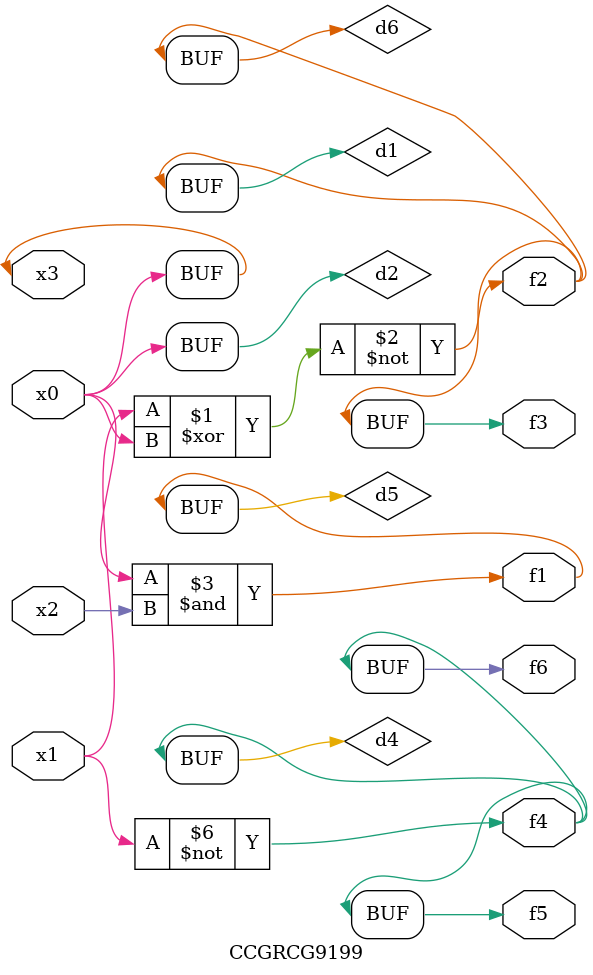
<source format=v>
module CCGRCG9199(
	input x0, x1, x2, x3,
	output f1, f2, f3, f4, f5, f6
);

	wire d1, d2, d3, d4, d5, d6;

	xnor (d1, x1, x3);
	buf (d2, x0, x3);
	nand (d3, x0, x2);
	not (d4, x1);
	nand (d5, d3);
	or (d6, d1);
	assign f1 = d5;
	assign f2 = d6;
	assign f3 = d6;
	assign f4 = d4;
	assign f5 = d4;
	assign f6 = d4;
endmodule

</source>
